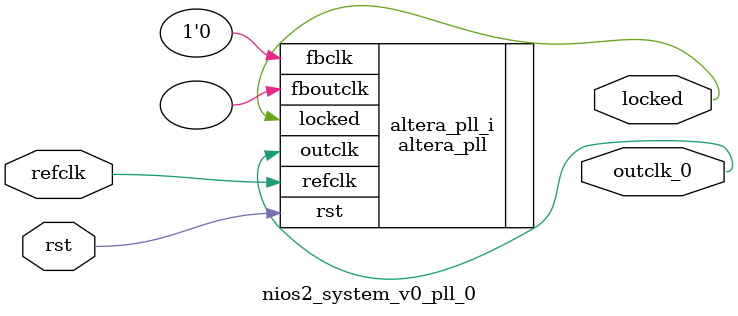
<source format=v>
`timescale 1ns/10ps
module  nios2_system_v0_pll_0(

	// interface 'refclk'
	input wire refclk,

	// interface 'reset'
	input wire rst,

	// interface 'outclk0'
	output wire outclk_0,

	// interface 'locked'
	output wire locked
);

	altera_pll #(
		.fractional_vco_multiplier("false"),
		.reference_clock_frequency("50.0 MHz"),
		.operation_mode("direct"),
		.number_of_clocks(1),
		.output_clock_frequency0("200.000000 MHz"),
		.phase_shift0("0 ps"),
		.duty_cycle0(50),
		.output_clock_frequency1("0 MHz"),
		.phase_shift1("0 ps"),
		.duty_cycle1(50),
		.output_clock_frequency2("0 MHz"),
		.phase_shift2("0 ps"),
		.duty_cycle2(50),
		.output_clock_frequency3("0 MHz"),
		.phase_shift3("0 ps"),
		.duty_cycle3(50),
		.output_clock_frequency4("0 MHz"),
		.phase_shift4("0 ps"),
		.duty_cycle4(50),
		.output_clock_frequency5("0 MHz"),
		.phase_shift5("0 ps"),
		.duty_cycle5(50),
		.output_clock_frequency6("0 MHz"),
		.phase_shift6("0 ps"),
		.duty_cycle6(50),
		.output_clock_frequency7("0 MHz"),
		.phase_shift7("0 ps"),
		.duty_cycle7(50),
		.output_clock_frequency8("0 MHz"),
		.phase_shift8("0 ps"),
		.duty_cycle8(50),
		.output_clock_frequency9("0 MHz"),
		.phase_shift9("0 ps"),
		.duty_cycle9(50),
		.output_clock_frequency10("0 MHz"),
		.phase_shift10("0 ps"),
		.duty_cycle10(50),
		.output_clock_frequency11("0 MHz"),
		.phase_shift11("0 ps"),
		.duty_cycle11(50),
		.output_clock_frequency12("0 MHz"),
		.phase_shift12("0 ps"),
		.duty_cycle12(50),
		.output_clock_frequency13("0 MHz"),
		.phase_shift13("0 ps"),
		.duty_cycle13(50),
		.output_clock_frequency14("0 MHz"),
		.phase_shift14("0 ps"),
		.duty_cycle14(50),
		.output_clock_frequency15("0 MHz"),
		.phase_shift15("0 ps"),
		.duty_cycle15(50),
		.output_clock_frequency16("0 MHz"),
		.phase_shift16("0 ps"),
		.duty_cycle16(50),
		.output_clock_frequency17("0 MHz"),
		.phase_shift17("0 ps"),
		.duty_cycle17(50),
		.pll_type("General"),
		.pll_subtype("General")
	) altera_pll_i (
		.rst	(rst),
		.outclk	({outclk_0}),
		.locked	(locked),
		.fboutclk	( ),
		.fbclk	(1'b0),
		.refclk	(refclk)
	);
endmodule


</source>
